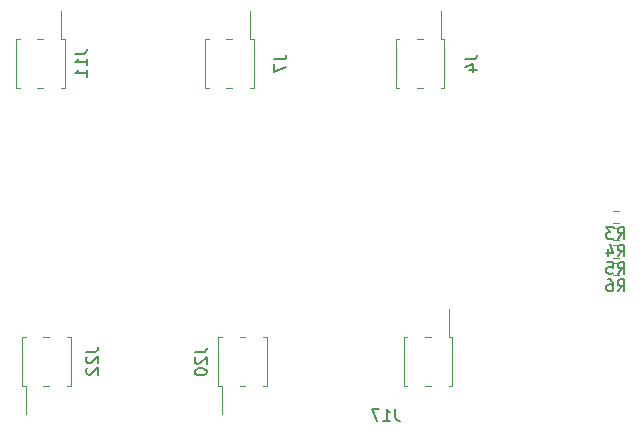
<source format=gbr>
%TF.GenerationSoftware,KiCad,Pcbnew,8.0.2*%
%TF.CreationDate,2025-04-21T15:08:20+02:00*%
%TF.ProjectId,logic,6c6f6769-632e-46b6-9963-61645f706362,rev?*%
%TF.SameCoordinates,Original*%
%TF.FileFunction,Legend,Bot*%
%TF.FilePolarity,Positive*%
%FSLAX46Y46*%
G04 Gerber Fmt 4.6, Leading zero omitted, Abs format (unit mm)*
G04 Created by KiCad (PCBNEW 8.0.2) date 2025-04-21 15:08:20*
%MOMM*%
%LPD*%
G01*
G04 APERTURE LIST*
%ADD10C,0.150000*%
%ADD11C,0.120000*%
G04 APERTURE END LIST*
D10*
X128740819Y-143945076D02*
X129455104Y-143945076D01*
X129455104Y-143945076D02*
X129597961Y-143897457D01*
X129597961Y-143897457D02*
X129693200Y-143802219D01*
X129693200Y-143802219D02*
X129740819Y-143659362D01*
X129740819Y-143659362D02*
X129740819Y-143564124D01*
X128836057Y-144373648D02*
X128788438Y-144421267D01*
X128788438Y-144421267D02*
X128740819Y-144516505D01*
X128740819Y-144516505D02*
X128740819Y-144754600D01*
X128740819Y-144754600D02*
X128788438Y-144849838D01*
X128788438Y-144849838D02*
X128836057Y-144897457D01*
X128836057Y-144897457D02*
X128931295Y-144945076D01*
X128931295Y-144945076D02*
X129026533Y-144945076D01*
X129026533Y-144945076D02*
X129169390Y-144897457D01*
X129169390Y-144897457D02*
X129740819Y-144326029D01*
X129740819Y-144326029D02*
X129740819Y-144945076D01*
X128836057Y-145326029D02*
X128788438Y-145373648D01*
X128788438Y-145373648D02*
X128740819Y-145468886D01*
X128740819Y-145468886D02*
X128740819Y-145706981D01*
X128740819Y-145706981D02*
X128788438Y-145802219D01*
X128788438Y-145802219D02*
X128836057Y-145849838D01*
X128836057Y-145849838D02*
X128931295Y-145897457D01*
X128931295Y-145897457D02*
X129026533Y-145897457D01*
X129026533Y-145897457D02*
X129169390Y-145849838D01*
X129169390Y-145849838D02*
X129740819Y-145278410D01*
X129740819Y-145278410D02*
X129740819Y-145897457D01*
X173724866Y-137368419D02*
X174058199Y-136892228D01*
X174296294Y-137368419D02*
X174296294Y-136368419D01*
X174296294Y-136368419D02*
X173915342Y-136368419D01*
X173915342Y-136368419D02*
X173820104Y-136416038D01*
X173820104Y-136416038D02*
X173772485Y-136463657D01*
X173772485Y-136463657D02*
X173724866Y-136558895D01*
X173724866Y-136558895D02*
X173724866Y-136701752D01*
X173724866Y-136701752D02*
X173772485Y-136796990D01*
X173772485Y-136796990D02*
X173820104Y-136844609D01*
X173820104Y-136844609D02*
X173915342Y-136892228D01*
X173915342Y-136892228D02*
X174296294Y-136892228D01*
X172820104Y-136368419D02*
X173296294Y-136368419D01*
X173296294Y-136368419D02*
X173343913Y-136844609D01*
X173343913Y-136844609D02*
X173296294Y-136796990D01*
X173296294Y-136796990D02*
X173201056Y-136749371D01*
X173201056Y-136749371D02*
X172962961Y-136749371D01*
X172962961Y-136749371D02*
X172867723Y-136796990D01*
X172867723Y-136796990D02*
X172820104Y-136844609D01*
X172820104Y-136844609D02*
X172772485Y-136939847D01*
X172772485Y-136939847D02*
X172772485Y-137177942D01*
X172772485Y-137177942D02*
X172820104Y-137273180D01*
X172820104Y-137273180D02*
X172867723Y-137320800D01*
X172867723Y-137320800D02*
X172962961Y-137368419D01*
X172962961Y-137368419D02*
X173201056Y-137368419D01*
X173201056Y-137368419D02*
X173296294Y-137320800D01*
X173296294Y-137320800D02*
X173343913Y-137273180D01*
X173724866Y-135895219D02*
X174058199Y-135419028D01*
X174296294Y-135895219D02*
X174296294Y-134895219D01*
X174296294Y-134895219D02*
X173915342Y-134895219D01*
X173915342Y-134895219D02*
X173820104Y-134942838D01*
X173820104Y-134942838D02*
X173772485Y-134990457D01*
X173772485Y-134990457D02*
X173724866Y-135085695D01*
X173724866Y-135085695D02*
X173724866Y-135228552D01*
X173724866Y-135228552D02*
X173772485Y-135323790D01*
X173772485Y-135323790D02*
X173820104Y-135371409D01*
X173820104Y-135371409D02*
X173915342Y-135419028D01*
X173915342Y-135419028D02*
X174296294Y-135419028D01*
X172867723Y-135228552D02*
X172867723Y-135895219D01*
X173105818Y-134847600D02*
X173343913Y-135561885D01*
X173343913Y-135561885D02*
X172724866Y-135561885D01*
X137915419Y-143995876D02*
X138629704Y-143995876D01*
X138629704Y-143995876D02*
X138772561Y-143948257D01*
X138772561Y-143948257D02*
X138867800Y-143853019D01*
X138867800Y-143853019D02*
X138915419Y-143710162D01*
X138915419Y-143710162D02*
X138915419Y-143614924D01*
X138010657Y-144424448D02*
X137963038Y-144472067D01*
X137963038Y-144472067D02*
X137915419Y-144567305D01*
X137915419Y-144567305D02*
X137915419Y-144805400D01*
X137915419Y-144805400D02*
X137963038Y-144900638D01*
X137963038Y-144900638D02*
X138010657Y-144948257D01*
X138010657Y-144948257D02*
X138105895Y-144995876D01*
X138105895Y-144995876D02*
X138201133Y-144995876D01*
X138201133Y-144995876D02*
X138343990Y-144948257D01*
X138343990Y-144948257D02*
X138915419Y-144376829D01*
X138915419Y-144376829D02*
X138915419Y-144995876D01*
X137915419Y-145614924D02*
X137915419Y-145710162D01*
X137915419Y-145710162D02*
X137963038Y-145805400D01*
X137963038Y-145805400D02*
X138010657Y-145853019D01*
X138010657Y-145853019D02*
X138105895Y-145900638D01*
X138105895Y-145900638D02*
X138296371Y-145948257D01*
X138296371Y-145948257D02*
X138534466Y-145948257D01*
X138534466Y-145948257D02*
X138724942Y-145900638D01*
X138724942Y-145900638D02*
X138820180Y-145853019D01*
X138820180Y-145853019D02*
X138867800Y-145805400D01*
X138867800Y-145805400D02*
X138915419Y-145710162D01*
X138915419Y-145710162D02*
X138915419Y-145614924D01*
X138915419Y-145614924D02*
X138867800Y-145519686D01*
X138867800Y-145519686D02*
X138820180Y-145472067D01*
X138820180Y-145472067D02*
X138724942Y-145424448D01*
X138724942Y-145424448D02*
X138534466Y-145376829D01*
X138534466Y-145376829D02*
X138296371Y-145376829D01*
X138296371Y-145376829D02*
X138105895Y-145424448D01*
X138105895Y-145424448D02*
X138010657Y-145472067D01*
X138010657Y-145472067D02*
X137963038Y-145519686D01*
X137963038Y-145519686D02*
X137915419Y-145614924D01*
X127795819Y-118722876D02*
X128510104Y-118722876D01*
X128510104Y-118722876D02*
X128652961Y-118675257D01*
X128652961Y-118675257D02*
X128748200Y-118580019D01*
X128748200Y-118580019D02*
X128795819Y-118437162D01*
X128795819Y-118437162D02*
X128795819Y-118341924D01*
X128795819Y-119722876D02*
X128795819Y-119151448D01*
X128795819Y-119437162D02*
X127795819Y-119437162D01*
X127795819Y-119437162D02*
X127938676Y-119341924D01*
X127938676Y-119341924D02*
X128033914Y-119246686D01*
X128033914Y-119246686D02*
X128081533Y-119151448D01*
X128795819Y-120675257D02*
X128795819Y-120103829D01*
X128795819Y-120389543D02*
X127795819Y-120389543D01*
X127795819Y-120389543D02*
X127938676Y-120294305D01*
X127938676Y-120294305D02*
X128033914Y-120199067D01*
X128033914Y-120199067D02*
X128081533Y-120103829D01*
X154886723Y-148808019D02*
X154886723Y-149522304D01*
X154886723Y-149522304D02*
X154934342Y-149665161D01*
X154934342Y-149665161D02*
X155029580Y-149760400D01*
X155029580Y-149760400D02*
X155172437Y-149808019D01*
X155172437Y-149808019D02*
X155267675Y-149808019D01*
X153886723Y-149808019D02*
X154458151Y-149808019D01*
X154172437Y-149808019D02*
X154172437Y-148808019D01*
X154172437Y-148808019D02*
X154267675Y-148950876D01*
X154267675Y-148950876D02*
X154362913Y-149046114D01*
X154362913Y-149046114D02*
X154458151Y-149093733D01*
X153553389Y-148808019D02*
X152886723Y-148808019D01*
X152886723Y-148808019D02*
X153315294Y-149808019D01*
X173724866Y-134422019D02*
X174058199Y-133945828D01*
X174296294Y-134422019D02*
X174296294Y-133422019D01*
X174296294Y-133422019D02*
X173915342Y-133422019D01*
X173915342Y-133422019D02*
X173820104Y-133469638D01*
X173820104Y-133469638D02*
X173772485Y-133517257D01*
X173772485Y-133517257D02*
X173724866Y-133612495D01*
X173724866Y-133612495D02*
X173724866Y-133755352D01*
X173724866Y-133755352D02*
X173772485Y-133850590D01*
X173772485Y-133850590D02*
X173820104Y-133898209D01*
X173820104Y-133898209D02*
X173915342Y-133945828D01*
X173915342Y-133945828D02*
X174296294Y-133945828D01*
X173391532Y-133422019D02*
X172772485Y-133422019D01*
X172772485Y-133422019D02*
X173105818Y-133802971D01*
X173105818Y-133802971D02*
X172962961Y-133802971D01*
X172962961Y-133802971D02*
X172867723Y-133850590D01*
X172867723Y-133850590D02*
X172820104Y-133898209D01*
X172820104Y-133898209D02*
X172772485Y-133993447D01*
X172772485Y-133993447D02*
X172772485Y-134231542D01*
X172772485Y-134231542D02*
X172820104Y-134326780D01*
X172820104Y-134326780D02*
X172867723Y-134374400D01*
X172867723Y-134374400D02*
X172962961Y-134422019D01*
X172962961Y-134422019D02*
X173248675Y-134422019D01*
X173248675Y-134422019D02*
X173343913Y-134374400D01*
X173343913Y-134374400D02*
X173391532Y-134326780D01*
X144661419Y-119199066D02*
X145375704Y-119199066D01*
X145375704Y-119199066D02*
X145518561Y-119151447D01*
X145518561Y-119151447D02*
X145613800Y-119056209D01*
X145613800Y-119056209D02*
X145661419Y-118913352D01*
X145661419Y-118913352D02*
X145661419Y-118818114D01*
X144661419Y-119580019D02*
X144661419Y-120246685D01*
X144661419Y-120246685D02*
X145661419Y-119818114D01*
X160815819Y-119199066D02*
X161530104Y-119199066D01*
X161530104Y-119199066D02*
X161672961Y-119151447D01*
X161672961Y-119151447D02*
X161768200Y-119056209D01*
X161768200Y-119056209D02*
X161815819Y-118913352D01*
X161815819Y-118913352D02*
X161815819Y-118818114D01*
X161149152Y-120103828D02*
X161815819Y-120103828D01*
X160768200Y-119865733D02*
X161482485Y-119627638D01*
X161482485Y-119627638D02*
X161482485Y-120246685D01*
X173724866Y-138841619D02*
X174058199Y-138365428D01*
X174296294Y-138841619D02*
X174296294Y-137841619D01*
X174296294Y-137841619D02*
X173915342Y-137841619D01*
X173915342Y-137841619D02*
X173820104Y-137889238D01*
X173820104Y-137889238D02*
X173772485Y-137936857D01*
X173772485Y-137936857D02*
X173724866Y-138032095D01*
X173724866Y-138032095D02*
X173724866Y-138174952D01*
X173724866Y-138174952D02*
X173772485Y-138270190D01*
X173772485Y-138270190D02*
X173820104Y-138317809D01*
X173820104Y-138317809D02*
X173915342Y-138365428D01*
X173915342Y-138365428D02*
X174296294Y-138365428D01*
X172867723Y-137841619D02*
X173058199Y-137841619D01*
X173058199Y-137841619D02*
X173153437Y-137889238D01*
X173153437Y-137889238D02*
X173201056Y-137936857D01*
X173201056Y-137936857D02*
X173296294Y-138079714D01*
X173296294Y-138079714D02*
X173343913Y-138270190D01*
X173343913Y-138270190D02*
X173343913Y-138651142D01*
X173343913Y-138651142D02*
X173296294Y-138746380D01*
X173296294Y-138746380D02*
X173248675Y-138794000D01*
X173248675Y-138794000D02*
X173153437Y-138841619D01*
X173153437Y-138841619D02*
X172962961Y-138841619D01*
X172962961Y-138841619D02*
X172867723Y-138794000D01*
X172867723Y-138794000D02*
X172820104Y-138746380D01*
X172820104Y-138746380D02*
X172772485Y-138651142D01*
X172772485Y-138651142D02*
X172772485Y-138413047D01*
X172772485Y-138413047D02*
X172820104Y-138317809D01*
X172820104Y-138317809D02*
X172867723Y-138270190D01*
X172867723Y-138270190D02*
X172962961Y-138222571D01*
X172962961Y-138222571D02*
X173153437Y-138222571D01*
X173153437Y-138222571D02*
X173248675Y-138270190D01*
X173248675Y-138270190D02*
X173296294Y-138317809D01*
X173296294Y-138317809D02*
X173343913Y-138413047D01*
D11*
%TO.C,J22*%
X123289000Y-146840000D02*
X123289000Y-142720000D01*
X123589000Y-142720000D02*
X123289000Y-142720000D01*
X123589000Y-146840000D02*
X123289000Y-146840000D01*
X123589000Y-149220000D02*
X123589000Y-146840000D01*
X125589000Y-142720000D02*
X125109000Y-142720000D01*
X125589000Y-146840000D02*
X125109000Y-146840000D01*
X127409000Y-142720000D02*
X127109000Y-142720000D01*
X127409000Y-146840000D02*
X127109000Y-146840000D01*
X127409000Y-146840000D02*
X127409000Y-142720000D01*
%TO.C,R5*%
X173795458Y-134961100D02*
X173320942Y-134961100D01*
X173795458Y-136006100D02*
X173320942Y-136006100D01*
%TO.C,R4*%
X173795458Y-133487900D02*
X173320942Y-133487900D01*
X173795458Y-134532900D02*
X173320942Y-134532900D01*
%TO.C,J20*%
X139900600Y-146865400D02*
X139900600Y-142745400D01*
X140200600Y-142745400D02*
X139900600Y-142745400D01*
X140200600Y-146865400D02*
X139900600Y-146865400D01*
X140200600Y-149245400D02*
X140200600Y-146865400D01*
X142200600Y-142745400D02*
X141720600Y-142745400D01*
X142200600Y-146865400D02*
X141720600Y-146865400D01*
X144020600Y-142745400D02*
X143720600Y-142745400D01*
X144020600Y-146865400D02*
X143720600Y-146865400D01*
X144020600Y-146865400D02*
X144020600Y-142745400D01*
%TO.C,J11*%
X122781000Y-117472400D02*
X122781000Y-121592400D01*
X122781000Y-117472400D02*
X123081000Y-117472400D01*
X122781000Y-121592400D02*
X123081000Y-121592400D01*
X124601000Y-117472400D02*
X125081000Y-117472400D01*
X124601000Y-121592400D02*
X125081000Y-121592400D01*
X126601000Y-115092400D02*
X126601000Y-117472400D01*
X126601000Y-117472400D02*
X126901000Y-117472400D01*
X126601000Y-121592400D02*
X126901000Y-121592400D01*
X126901000Y-117472400D02*
X126901000Y-121592400D01*
%TO.C,J17*%
X155613800Y-142746200D02*
X155613800Y-146866200D01*
X155613800Y-142746200D02*
X155913800Y-142746200D01*
X155613800Y-146866200D02*
X155913800Y-146866200D01*
X157433800Y-142746200D02*
X157913800Y-142746200D01*
X157433800Y-146866200D02*
X157913800Y-146866200D01*
X159433800Y-140366200D02*
X159433800Y-142746200D01*
X159433800Y-142746200D02*
X159733800Y-142746200D01*
X159433800Y-146866200D02*
X159733800Y-146866200D01*
X159733800Y-142746200D02*
X159733800Y-146866200D01*
%TO.C,R3*%
X173795458Y-132014700D02*
X173320942Y-132014700D01*
X173795458Y-133059700D02*
X173320942Y-133059700D01*
%TO.C,J7*%
X138783000Y-117472400D02*
X138783000Y-121592400D01*
X138783000Y-117472400D02*
X139083000Y-117472400D01*
X138783000Y-121592400D02*
X139083000Y-121592400D01*
X140603000Y-117472400D02*
X141083000Y-117472400D01*
X140603000Y-121592400D02*
X141083000Y-121592400D01*
X142603000Y-115092400D02*
X142603000Y-117472400D01*
X142603000Y-117472400D02*
X142903000Y-117472400D01*
X142603000Y-121592400D02*
X142903000Y-121592400D01*
X142903000Y-117472400D02*
X142903000Y-121592400D01*
%TO.C,J4*%
X154937400Y-117472400D02*
X154937400Y-121592400D01*
X154937400Y-117472400D02*
X155237400Y-117472400D01*
X154937400Y-121592400D02*
X155237400Y-121592400D01*
X156757400Y-117472400D02*
X157237400Y-117472400D01*
X156757400Y-121592400D02*
X157237400Y-121592400D01*
X158757400Y-115092400D02*
X158757400Y-117472400D01*
X158757400Y-117472400D02*
X159057400Y-117472400D01*
X158757400Y-121592400D02*
X159057400Y-121592400D01*
X159057400Y-117472400D02*
X159057400Y-121592400D01*
%TO.C,R6*%
X173795458Y-136434300D02*
X173320942Y-136434300D01*
X173795458Y-137479300D02*
X173320942Y-137479300D01*
%TD*%
M02*

</source>
